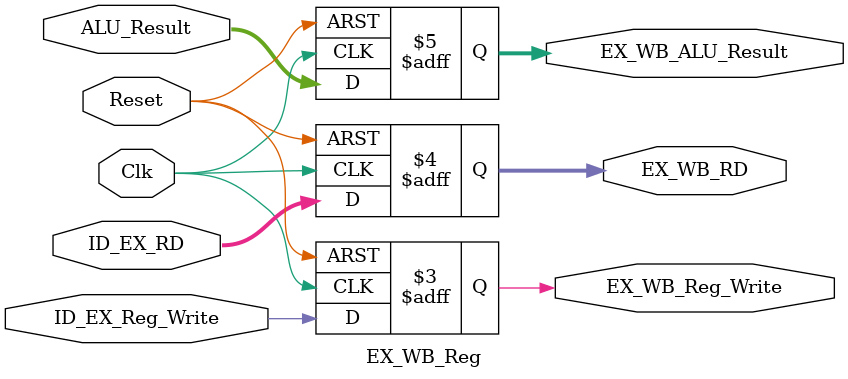
<source format=v>
`timescale 1ns / 1ps
module EX_WB_Reg(
		input Clk,
		input Reset,
		
		input ID_EX_Reg_Write,
		input[2:0] ID_EX_RD,
		input[7:0] ALU_Result,

		output reg EX_WB_Reg_Write,
		output reg[2:0] EX_WB_RD,
		output reg[7:0] EX_WB_ALU_Result
		
    );
	 
		always@(posedge Clk,negedge Reset)
		begin
			if(Reset == 0)
			begin

			EX_WB_Reg_Write <= 0;
			EX_WB_RD <= 0;
			EX_WB_ALU_Result <= 0;

			end
			
			else
			begin

			EX_WB_Reg_Write <= ID_EX_Reg_Write;
			EX_WB_RD <= ID_EX_RD;
			EX_WB_ALU_Result <= ALU_Result;

			end

end


endmodule

</source>
